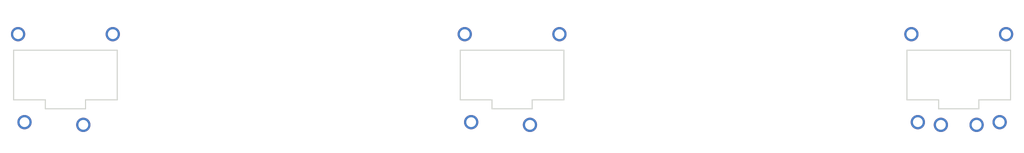
<source format=kicad_pcb>

            
(kicad_pcb (version 20211014) (generator pcbnew)

  (general
    (thickness 1.6)
  )

  (paper "A3")
  (title_block
    (title "pcb")
    (rev "v1.0.0")
    (company "Unknown")
  )

  (layers
    (0 "F.Cu" signal)
    (31 "B.Cu" signal)
    (32 "B.Adhes" user "B.Adhesive")
    (33 "F.Adhes" user "F.Adhesive")
    (34 "B.Paste" user)
    (35 "F.Paste" user)
    (36 "B.SilkS" user "B.Silkscreen")
    (37 "F.SilkS" user "F.Silkscreen")
    (38 "B.Mask" user)
    (39 "F.Mask" user)
    (40 "Dwgs.User" user "User.Drawings")
    (41 "Cmts.User" user "User.Comments")
    (42 "Eco1.User" user "User.Eco1")
    (43 "Eco2.User" user "User.Eco2")
    (44 "Edge.Cuts" user)
    (45 "Margin" user)
    (46 "B.CrtYd" user "B.Courtyard")
    (47 "F.CrtYd" user "F.Courtyard")
    (48 "B.Fab" user)
    (49 "F.Fab" user)
  )

  (setup
    (last_trace_width 0.25)
    (trace_clearance 0.2)
    (zone_clearance 0.508)
    (zone_45_only no)
    (trace_min 0.2)
    (via_size 0.8)
    (via_drill 0.4)
    (via_min_size 0.4)
    (via_min_drill 0.3)
    (uvia_size 0.3)
    (uvia_drill 0.1)
    (uvias_allowed no)
    (uvia_min_size 0.2)
    (uvia_min_drill 0.1)
    (edge_width 0.05)
    (segment_width 0.2)
    (pcb_text_width 0.3)
    (pcb_text_size 1.5 1.5)
    (mod_edge_width 0.12)
    (mod_text_size 1 1)
    (mod_text_width 0.15)
    (pad_size 1.524 1.524)
    (pad_drill 0.762)
    (pad_to_mask_clearance 0.05)
    (aux_axis_origin 0 0)
    (visible_elements FFFFFF7F)
    (pcbplotparams
      (layerselection 0x00010fc_ffffffff)
      (disableapertmacros false)
      (usegerberextensions false)
      (usegerberattributes true)
      (usegerberadvancedattributes true)
      (creategerberjobfile true)
      (svguseinch false)
      (svgprecision 6)
      (excludeedgelayer true)
      (plotframeref false)
      (viasonmask false)
      (mode 1)
      (useauxorigin false)
      (hpglpennumber 1)
      (hpglpenspeed 20)
      (hpglpendiameter 15.000000)
      (dxfpolygonmode true)
      (dxfimperialunits true)
      (dxfusepcbnewfont true)
      (psnegative false)
      (psa4output false)
      (plotreference true)
      (plotvalue true)
      (plotinvisibletext false)
      (sketchpadsonfab false)
      (subtractmaskfromsilk false)
      (outputformat 1)
      (mirror false)
      (drillshape 1)
      (scaleselection 1)
      (outputdirectory "")
    )
  )

            (net 0 "")
(net 1 "from")
(net 2 "to")
            
  (net_class Default "This is the default net class."
    (clearance 0.2)
    (trace_width 0.25)
    (via_dia 0.8)
    (via_drill 0.4)
    (uvia_dia 0.3)
    (uvia_drill 0.1)
    (add_net "")
(add_net "from")
(add_net "to")
  )

            
  (net_class Power "This is the power net class."
    (clearance 0.2)
    (trace_width 0.5)
    (via_dia 0.8)
    (via_drill 0.4)
    (uvia_dia 0.3)
    (uvia_drill 0.1)
    
  )

            
          
        (module lib:Kailh_PG1232 (layer F.Cu) (tedit 5E1ADAC2)
        (at 0 0 0) 

                
        (fp_text reference "S1" (at 0 0) (layer F.SilkS) hide (effects (font (size 1.27 1.27) (thickness 0.15))))
        (fp_text value Kailh_PG1232 (at 0 -7.3) (layer F.Fab) (effects (font (size 1 1) (thickness 0.15))))

        
        (fp_line (start -7.25 -6.75) (end -6.25 -6.75) (layer Dwgs.User) (width 0.15))
        (fp_line (start -7.25 -6.75) (end -7.25 -5.75) (layer Dwgs.User) (width 0.15))

        (fp_line (start -7.25 6.75) (end -6.25 6.75) (layer Dwgs.User) (width 0.15))
        (fp_line (start -7.25 6.75) (end -7.25 5.75) (layer Dwgs.User) (width 0.15))

        (fp_line (start 7.25 -6.75) (end 6.25 -6.75) (layer Dwgs.User) (width 0.15))
        (fp_line (start 7.25 -6.75) (end 7.25 -5.75) (layer Dwgs.User) (width 0.15))

        (fp_line (start 7.25 6.75) (end 6.25 6.75) (layer Dwgs.User) (width 0.15))
        (fp_line (start 7.25 6.75) (end 7.25 5.75) (layer Dwgs.User) (width 0.15))


        (fp_line (start 2.8 -5.35) (end -2.8 -5.35) (layer Dwgs.User) (width 0.15))
        (fp_line (start -2.8 -3.2) (end 2.8 -3.2) (layer Dwgs.User) (width 0.15))
        (fp_line (start 2.8 -3.2) (end 2.8 -5.35) (layer Dwgs.User) (width 0.15))
        (fp_line (start -2.8 -3.2) (end -2.8 -5.35) (layer Dwgs.User) (width 0.15))
        
                	 
        (fp_line (start 2.25 2.6) (end 5.8 2.6) (layer Edge.Cuts) (width 0.12))
        (fp_line (start -2.25 2.6) (end -5.8 2.6) (layer Edge.Cuts) (width 0.12))
        (fp_line (start 2.25 3.6) (end 2.25 2.6) (layer Edge.Cuts) (width 0.12))
        (fp_line (start -2.25 3.6) (end 2.25 3.6) (layer Edge.Cuts) (width 0.12))
        (fp_line (start -2.25 2.6) (end -2.25 3.6) (layer Edge.Cuts) (width 0.12))
        (fp_line (start -5.8 2.6) (end -5.8 -2.95) (layer Edge.Cuts) (width 0.12))
        (fp_line (start 5.8 -2.95) (end 5.8 2.6) (layer Edge.Cuts) (width 0.12))
        (fp_line (start -5.8 -2.95) (end 5.8 -2.95) (layer Edge.Cuts) (width 0.12))
        
            
        (pad 3 thru_hole circle (at 5.3 -4.75) (size 1.6 1.6) (drill 1.1) (layers *.Cu *.Mask) (clearance 0.2))
        (pad 4 thru_hole circle (at -5.3 -4.75) (size 1.6 1.6) (drill 1.1) (layers *.Cu *.Mask) (clearance 0.2))
      
          
          
        
        (pad 1 thru_hole circle (at -4.58 5.1) (size 1.6 1.6) (drill 1.1) (layers *.Cu *.Mask) (net 1 "from") (clearance 0.2))
        (pad 2 thru_hole circle (at 2 5.4) (size 1.6 1.6) (drill 1.1) (layers *.Cu *.Mask) (net 2 "to") (clearance 0.2))
			  )
          

          
        (module lib:Kailh_PG1232 (layer F.Cu) (tedit 5E1ADAC2)
        (at 50 0 0) 

                
        (fp_text reference "S2" (at 0 0) (layer F.SilkS) hide (effects (font (size 1.27 1.27) (thickness 0.15))))
        (fp_text value Kailh_PG1232 (at 0 -7.3) (layer F.Fab) (effects (font (size 1 1) (thickness 0.15))))

        
        (fp_line (start -7.25 -6.75) (end -6.25 -6.75) (layer Dwgs.User) (width 0.15))
        (fp_line (start -7.25 -6.75) (end -7.25 -5.75) (layer Dwgs.User) (width 0.15))

        (fp_line (start -7.25 6.75) (end -6.25 6.75) (layer Dwgs.User) (width 0.15))
        (fp_line (start -7.25 6.75) (end -7.25 5.75) (layer Dwgs.User) (width 0.15))

        (fp_line (start 7.25 -6.75) (end 6.25 -6.75) (layer Dwgs.User) (width 0.15))
        (fp_line (start 7.25 -6.75) (end 7.25 -5.75) (layer Dwgs.User) (width 0.15))

        (fp_line (start 7.25 6.75) (end 6.25 6.75) (layer Dwgs.User) (width 0.15))
        (fp_line (start 7.25 6.75) (end 7.25 5.75) (layer Dwgs.User) (width 0.15))


        (fp_line (start 2.8 -5.35) (end -2.8 -5.35) (layer Dwgs.User) (width 0.15))
        (fp_line (start -2.8 -3.2) (end 2.8 -3.2) (layer Dwgs.User) (width 0.15))
        (fp_line (start 2.8 -3.2) (end 2.8 -5.35) (layer Dwgs.User) (width 0.15))
        (fp_line (start -2.8 -3.2) (end -2.8 -5.35) (layer Dwgs.User) (width 0.15))
        
                	 
        (fp_line (start 2.25 2.6) (end 5.8 2.6) (layer Edge.Cuts) (width 0.12))
        (fp_line (start -2.25 2.6) (end -5.8 2.6) (layer Edge.Cuts) (width 0.12))
        (fp_line (start 2.25 3.6) (end 2.25 2.6) (layer Edge.Cuts) (width 0.12))
        (fp_line (start -2.25 3.6) (end 2.25 3.6) (layer Edge.Cuts) (width 0.12))
        (fp_line (start -2.25 2.6) (end -2.25 3.6) (layer Edge.Cuts) (width 0.12))
        (fp_line (start -5.8 2.6) (end -5.8 -2.95) (layer Edge.Cuts) (width 0.12))
        (fp_line (start 5.8 -2.95) (end 5.8 2.6) (layer Edge.Cuts) (width 0.12))
        (fp_line (start -5.8 -2.95) (end 5.8 -2.95) (layer Edge.Cuts) (width 0.12))
        
            
        (pad 3 thru_hole circle (at 5.3 -4.75) (size 1.6 1.6) (drill 1.1) (layers *.Cu *.Mask) (clearance 0.2))
        (pad 4 thru_hole circle (at -5.3 -4.75) (size 1.6 1.6) (drill 1.1) (layers *.Cu *.Mask) (clearance 0.2))
      
          
        
        (fp_line (start -9 -8.5) (end 9 -8.5) (layer Dwgs.User) (width 0.15))
        (fp_line (start 9 -8.5) (end 9 8.5) (layer Dwgs.User) (width 0.15))
        (fp_line (start 9 8.5) (end -9 8.5) (layer Dwgs.User) (width 0.15))
        (fp_line (start -9 8.5) (end -9 -8.5) (layer Dwgs.User) (width 0.15))
        
          
        
        (pad 1 thru_hole circle (at -4.58 5.1) (size 1.6 1.6) (drill 1.1) (layers *.Cu *.Mask) (net 1 "from") (clearance 0.2))
        (pad 2 thru_hole circle (at 2 5.4) (size 1.6 1.6) (drill 1.1) (layers *.Cu *.Mask) (net 2 "to") (clearance 0.2))
			  )
          

          
        (module lib:Kailh_PG1232 (layer F.Cu) (tedit 5E1ADAC2)
        (at 100 0 0) 

                
        (fp_text reference "S3" (at 0 0) (layer F.SilkS) hide (effects (font (size 1.27 1.27) (thickness 0.15))))
        (fp_text value Kailh_PG1232 (at 0 -7.3) (layer F.Fab) (effects (font (size 1 1) (thickness 0.15))))

        
        (fp_line (start -7.25 -6.75) (end -6.25 -6.75) (layer Dwgs.User) (width 0.15))
        (fp_line (start -7.25 -6.75) (end -7.25 -5.75) (layer Dwgs.User) (width 0.15))

        (fp_line (start -7.25 6.75) (end -6.25 6.75) (layer Dwgs.User) (width 0.15))
        (fp_line (start -7.25 6.75) (end -7.25 5.75) (layer Dwgs.User) (width 0.15))

        (fp_line (start 7.25 -6.75) (end 6.25 -6.75) (layer Dwgs.User) (width 0.15))
        (fp_line (start 7.25 -6.75) (end 7.25 -5.75) (layer Dwgs.User) (width 0.15))

        (fp_line (start 7.25 6.75) (end 6.25 6.75) (layer Dwgs.User) (width 0.15))
        (fp_line (start 7.25 6.75) (end 7.25 5.75) (layer Dwgs.User) (width 0.15))


        (fp_line (start 2.8 -5.35) (end -2.8 -5.35) (layer Dwgs.User) (width 0.15))
        (fp_line (start -2.8 -3.2) (end 2.8 -3.2) (layer Dwgs.User) (width 0.15))
        (fp_line (start 2.8 -3.2) (end 2.8 -5.35) (layer Dwgs.User) (width 0.15))
        (fp_line (start -2.8 -3.2) (end -2.8 -5.35) (layer Dwgs.User) (width 0.15))
        
                	 
        (fp_line (start 2.25 2.6) (end 5.8 2.6) (layer Edge.Cuts) (width 0.12))
        (fp_line (start -2.25 2.6) (end -5.8 2.6) (layer Edge.Cuts) (width 0.12))
        (fp_line (start 2.25 3.6) (end 2.25 2.6) (layer Edge.Cuts) (width 0.12))
        (fp_line (start -2.25 3.6) (end 2.25 3.6) (layer Edge.Cuts) (width 0.12))
        (fp_line (start -2.25 2.6) (end -2.25 3.6) (layer Edge.Cuts) (width 0.12))
        (fp_line (start -5.8 2.6) (end -5.8 -2.95) (layer Edge.Cuts) (width 0.12))
        (fp_line (start 5.8 -2.95) (end 5.8 2.6) (layer Edge.Cuts) (width 0.12))
        (fp_line (start -5.8 -2.95) (end 5.8 -2.95) (layer Edge.Cuts) (width 0.12))
        
            
        (pad 3 thru_hole circle (at 5.3 -4.75) (size 1.6 1.6) (drill 1.1) (layers *.Cu *.Mask) (clearance 0.2))
        (pad 4 thru_hole circle (at -5.3 -4.75) (size 1.6 1.6) (drill 1.1) (layers *.Cu *.Mask) (clearance 0.2))
      
          
          
        
        (pad 1 thru_hole circle (at -4.58 5.1) (size 1.6 1.6) (drill 1.1) (layers *.Cu *.Mask) (net 1 "from") (clearance 0.2))
        (pad 2 thru_hole circle (at 2 5.4) (size 1.6 1.6) (drill 1.1) (layers *.Cu *.Mask) (net 2 "to") (clearance 0.2))
			  
          
        
        (pad 1 thru_hole circle (at 4.58 5.1) (size 1.6 1.6) (drill 1.1) (layers *.Cu *.Mask) (net 1 "from") (clearance 0.2))
        (pad 2 thru_hole circle (at -2 5.4) (size 1.6 1.6) (drill 1.1) (layers *.Cu *.Mask) (net 2 "to") (clearance 0.2))
			  )

          
            
            
)

        
</source>
